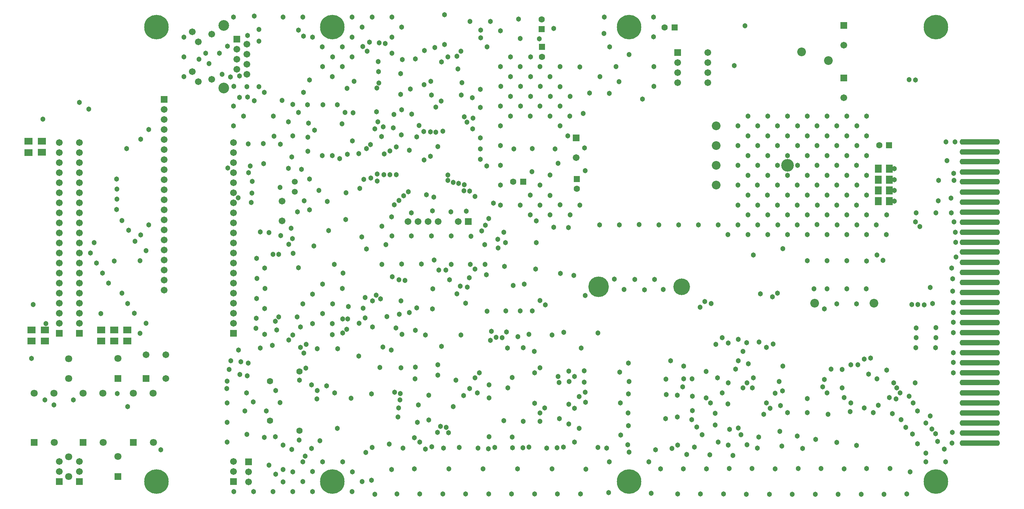
<source format=gbs>
%FSLAX43Y43*%
%MOMM*%
G71*
G01*
G75*
%ADD10C,0.300*%
%ADD11R,1.300X0.850*%
%ADD12R,3.000X1.500*%
%ADD13R,9.300X12.200*%
%ADD14C,0.250*%
%ADD15C,0.063*%
%ADD16R,1.800X1.600*%
%ADD17O,10.000X1.200*%
%ADD18R,1.600X1.800*%
%ADD19R,0.550X1.450*%
%ADD20R,0.550X1.450*%
%ADD21R,1.550X0.600*%
%ADD22R,2.200X0.600*%
%ADD23R,2.200X0.600*%
%ADD24R,4.000X3.000*%
%ADD25R,7.100X5.500*%
%ADD26R,1.600X1.000*%
%ADD27R,5.500X7.100*%
%ADD28R,1.000X1.600*%
%ADD29R,1.550X0.600*%
%ADD30R,1.700X0.600*%
%ADD31R,1.700X0.600*%
%ADD32R,0.600X2.200*%
%ADD33R,0.600X2.200*%
%ADD34R,3.000X4.000*%
%ADD35R,3.500X8.000*%
%ADD36R,0.850X1.300*%
%ADD37R,6.000X6.000*%
%ADD38R,2.700X2.500*%
%ADD39R,1.450X0.550*%
%ADD40R,1.450X0.550*%
%ADD41R,5.400X5.500*%
%ADD42C,0.500*%
%ADD43C,1.000*%
%ADD44C,0.400*%
%ADD45C,0.700*%
%ADD46C,0.600*%
%ADD47C,0.800*%
%ADD48R,1.500X1.500*%
%ADD49C,1.500*%
%ADD50C,6.000*%
%ADD51C,4.000*%
%ADD52R,1.600X1.600*%
%ADD53C,1.600*%
%ADD54R,1.400X1.400*%
%ADD55C,1.400*%
%ADD56C,2.000*%
%ADD57C,5.000*%
%ADD58C,2.500*%
%ADD59C,1.300*%
%ADD60C,1.100*%
%ADD61C,3.000*%
%ADD62R,17.250X16.100*%
%ADD63R,1.503X1.053*%
%ADD64R,3.203X1.703*%
%ADD65R,9.503X12.403*%
%ADD66R,2.003X1.803*%
%ADD67O,10.203X1.403*%
%ADD68R,1.803X2.003*%
%ADD69R,0.753X1.653*%
%ADD70R,0.753X1.653*%
%ADD71R,1.753X0.803*%
%ADD72R,2.403X0.803*%
%ADD73R,2.403X0.803*%
%ADD74R,4.203X3.203*%
%ADD75R,7.303X5.703*%
%ADD76R,1.803X1.203*%
%ADD77R,5.703X7.303*%
%ADD78R,1.203X1.803*%
%ADD79R,1.753X0.803*%
%ADD80R,1.903X0.803*%
%ADD81R,1.903X0.803*%
%ADD82R,0.803X2.403*%
%ADD83R,0.803X2.403*%
%ADD84R,3.203X4.203*%
%ADD85R,3.703X8.203*%
%ADD86R,1.053X1.503*%
%ADD87R,6.203X6.203*%
%ADD88R,2.903X2.703*%
%ADD89R,1.653X0.753*%
%ADD90R,1.653X0.753*%
%ADD91R,5.603X5.703*%
%ADD92R,1.703X1.703*%
%ADD93C,1.703*%
%ADD94C,6.203*%
%ADD95C,4.203*%
%ADD96R,1.803X1.803*%
%ADD97C,1.803*%
%ADD98R,1.603X1.603*%
%ADD99C,1.603*%
%ADD100C,2.203*%
%ADD101C,5.203*%
%ADD102C,2.703*%
%ADD103C,1.503*%
%ADD104C,1.303*%
%ADD105C,3.203*%
D66*
X-3443Y88312D02*
D03*
X-6057Y43388D02*
D03*
Y40588D02*
D03*
X-2657Y43388D02*
D03*
Y40588D02*
D03*
X11509Y43388D02*
D03*
Y40588D02*
D03*
X18125Y43388D02*
D03*
Y40588D02*
D03*
X14817Y43388D02*
D03*
Y40588D02*
D03*
X-6857Y91088D02*
D03*
X-6857Y88288D02*
D03*
X-3443Y91112D02*
D03*
D67*
X233589Y37650D02*
D03*
Y32575D02*
D03*
Y91000D02*
D03*
X233589Y88450D02*
D03*
Y85925D02*
D03*
Y83375D02*
D03*
Y80850D02*
D03*
Y73200D02*
D03*
X233589Y40175D02*
D03*
Y35100D02*
D03*
Y30050D02*
D03*
Y27475D02*
D03*
Y24925D02*
D03*
Y22400D02*
D03*
Y19850D02*
D03*
Y17300D02*
D03*
Y14800D02*
D03*
Y45275D02*
D03*
Y42725D02*
D03*
Y52875D02*
D03*
X233589Y47825D02*
D03*
X233589Y50325D02*
D03*
X233589Y55425D02*
D03*
X233589Y68125D02*
D03*
Y65600D02*
D03*
X233589Y63075D02*
D03*
Y60500D02*
D03*
Y57950D02*
D03*
Y70675D02*
D03*
X233589Y78300D02*
D03*
X233589Y75750D02*
D03*
D68*
X208000Y76000D02*
D03*
X210800D02*
D03*
X208000Y78700D02*
D03*
X210800D02*
D03*
X208000Y81400D02*
D03*
X210800D02*
D03*
X208000Y84200D02*
D03*
X210800D02*
D03*
D92*
X6039Y4991D02*
D03*
X104300Y70808D02*
D03*
X45000Y42500D02*
D03*
Y5000D02*
D03*
X6050Y42500D02*
D03*
X27450Y101700D02*
D03*
X48800Y10000D02*
D03*
X199285Y120401D02*
D03*
Y107101D02*
D03*
X989Y4991D02*
D03*
X131593Y92001D02*
D03*
X45850Y116945D02*
D03*
X22851Y31091D02*
D03*
X1000Y42500D02*
D03*
X157284Y113603D02*
D03*
D93*
X6039Y7531D02*
D03*
Y10071D02*
D03*
X101760Y70808D02*
D03*
X96680D02*
D03*
X94140D02*
D03*
X91600D02*
D03*
X89060D02*
D03*
X45000Y83140D02*
D03*
Y80600D02*
D03*
Y85680D02*
D03*
Y72980D02*
D03*
Y75520D02*
D03*
Y65360D02*
D03*
Y45040D02*
D03*
Y47580D02*
D03*
Y50120D02*
D03*
Y52660D02*
D03*
Y55200D02*
D03*
Y57740D02*
D03*
Y60280D02*
D03*
Y62820D02*
D03*
Y67900D02*
D03*
Y70440D02*
D03*
Y78060D02*
D03*
Y90760D02*
D03*
Y88220D02*
D03*
Y7540D02*
D03*
Y10080D02*
D03*
X6050Y90760D02*
D03*
Y88220D02*
D03*
Y85680D02*
D03*
Y83140D02*
D03*
Y80600D02*
D03*
Y78060D02*
D03*
Y75520D02*
D03*
Y72980D02*
D03*
Y70440D02*
D03*
Y67900D02*
D03*
Y65360D02*
D03*
Y62820D02*
D03*
Y60280D02*
D03*
Y57740D02*
D03*
Y55200D02*
D03*
Y52660D02*
D03*
Y50120D02*
D03*
Y47580D02*
D03*
Y45040D02*
D03*
X27450Y53440D02*
D03*
Y55980D02*
D03*
Y58520D02*
D03*
Y61060D02*
D03*
Y63600D02*
D03*
Y66140D02*
D03*
Y68680D02*
D03*
Y71220D02*
D03*
Y73760D02*
D03*
Y76300D02*
D03*
Y78840D02*
D03*
Y81380D02*
D03*
Y83920D02*
D03*
Y86460D02*
D03*
Y89000D02*
D03*
Y91540D02*
D03*
Y94080D02*
D03*
Y96620D02*
D03*
Y99160D02*
D03*
X48800Y4920D02*
D03*
Y7460D02*
D03*
X1000Y80600D02*
D03*
X199285Y115401D02*
D03*
Y102101D02*
D03*
X989Y10071D02*
D03*
Y7531D02*
D03*
X131593Y87001D02*
D03*
X48400Y115675D02*
D03*
X45850Y114405D02*
D03*
X48400Y113135D02*
D03*
X45850Y111865D02*
D03*
X48400Y110595D02*
D03*
X45850Y109325D02*
D03*
X48400Y108055D02*
D03*
X34600Y118810D02*
D03*
X36120Y116270D02*
D03*
X34600Y108700D02*
D03*
X36120Y106190D02*
D03*
X39500Y106800D02*
D03*
Y118200D02*
D03*
X57300Y70942D02*
D03*
X57300Y75942D02*
D03*
X27851Y31091D02*
D03*
X22851Y37091D02*
D03*
X27851D02*
D03*
X1000Y45040D02*
D03*
Y47580D02*
D03*
Y50120D02*
D03*
Y52660D02*
D03*
Y55200D02*
D03*
Y57740D02*
D03*
Y60280D02*
D03*
Y62820D02*
D03*
Y65360D02*
D03*
Y67900D02*
D03*
Y70440D02*
D03*
Y72980D02*
D03*
X1000Y75520D02*
D03*
X1000Y78060D02*
D03*
Y83140D02*
D03*
Y85680D02*
D03*
Y88220D02*
D03*
Y90760D02*
D03*
X164904Y113603D02*
D03*
X157284Y105983D02*
D03*
Y111063D02*
D03*
X164904Y111063D02*
D03*
Y105983D02*
D03*
X157284Y108523D02*
D03*
X164904Y108523D02*
D03*
D94*
X25550Y120000D02*
D03*
Y5000D02*
D03*
X222500Y120000D02*
D03*
Y5050D02*
D03*
X70000Y120000D02*
D03*
Y5000D02*
D03*
X145000Y120000D02*
D03*
Y5000D02*
D03*
D95*
X158305Y54291D02*
D03*
D96*
X15809Y31103D02*
D03*
Y6303D02*
D03*
X7003Y14891D02*
D03*
X19703Y14891D02*
D03*
X-5397D02*
D03*
D97*
X15809Y36183D02*
D03*
X3309Y31103D02*
D03*
Y36103D02*
D03*
X15809Y11383D02*
D03*
X3309Y6303D02*
D03*
Y11303D02*
D03*
X12083Y14891D02*
D03*
X7003Y27391D02*
D03*
X12003D02*
D03*
X24703D02*
D03*
X19703D02*
D03*
X24783Y14891D02*
D03*
X-397Y27391D02*
D03*
X-5397D02*
D03*
X-317Y14891D02*
D03*
D98*
X156489Y119908D02*
D03*
X131792Y81589D02*
D03*
X210689Y90108D02*
D03*
X122908Y119462D02*
D03*
X118188Y80909D02*
D03*
X122991Y114988D02*
D03*
D99*
X153989Y119908D02*
D03*
X131792Y79089D02*
D03*
X208189Y90108D02*
D03*
X54190Y30394D02*
D03*
Y20394D02*
D03*
X61690Y17894D02*
D03*
Y32894D02*
D03*
X122908Y121962D02*
D03*
X115688Y80909D02*
D03*
X122991Y112488D02*
D03*
D100*
X206897Y50112D02*
D03*
X167000Y85000D02*
D03*
Y80000D02*
D03*
Y95000D02*
D03*
X195350Y111500D02*
D03*
X188600Y113700D02*
D03*
X167000Y90000D02*
D03*
X191897Y50112D02*
D03*
D101*
X137305Y54291D02*
D03*
D102*
X42500Y104600D02*
D03*
Y120400D02*
D03*
D103*
X60505Y80849D02*
D03*
Y78349D02*
D03*
D104*
X59700Y13150D02*
D03*
X61100Y46650D02*
D03*
X52550Y90500D02*
D03*
X43300Y28550D02*
D03*
X48250Y27500D02*
D03*
X43400Y24950D02*
D03*
X47850Y22900D02*
D03*
X53300Y22850D02*
D03*
X48350Y17000D02*
D03*
X43400Y20000D02*
D03*
Y15000D02*
D03*
X96600Y31950D02*
D03*
X86900Y47350D02*
D03*
X83800Y46800D02*
D03*
X104100Y54250D02*
D03*
X89400Y88850D02*
D03*
X96600Y89750D02*
D03*
X98350Y115600D02*
D03*
X98300Y123150D02*
D03*
X109050Y48100D02*
D03*
X132850Y38800D02*
D03*
X158750Y31000D02*
D03*
X158799Y34250D02*
D03*
X153600Y53650D02*
D03*
X137500Y70000D02*
D03*
X142500D02*
D03*
X147500Y70050D02*
D03*
X152500Y70000D02*
D03*
X157550Y70000D02*
D03*
X162500D02*
D03*
X205050Y97500D02*
D03*
X205000Y92500D02*
D03*
Y87500D02*
D03*
Y82500D02*
D03*
X202550Y90000D02*
D03*
X202499Y85000D02*
D03*
X202550Y80000D02*
D03*
X200000Y82500D02*
D03*
X200050Y87500D02*
D03*
X197499Y80000D02*
D03*
Y85000D02*
D03*
X190050Y92500D02*
D03*
X187550Y90000D02*
D03*
X185000Y92500D02*
D03*
X187550Y95000D02*
D03*
X172499Y95000D02*
D03*
X172500Y90000D02*
D03*
X187550Y85000D02*
D03*
X167500Y70000D02*
D03*
X170000Y67500D02*
D03*
X172499Y85000D02*
D03*
X172500Y80000D02*
D03*
X172499Y70000D02*
D03*
X174999Y72500D02*
D03*
X175000Y67500D02*
D03*
X177499Y70000D02*
D03*
X179999Y67500D02*
D03*
X180000Y72500D02*
D03*
X182550Y70000D02*
D03*
X184999Y67500D02*
D03*
X185000Y72500D02*
D03*
X189999Y72500D02*
D03*
X187499Y70000D02*
D03*
X189999Y67550D02*
D03*
X192499Y70050D02*
D03*
X195050Y67500D02*
D03*
X205050Y77500D02*
D03*
X210000Y67500D02*
D03*
X207500Y70000D02*
D03*
X205000Y67500D02*
D03*
X202550Y70000D02*
D03*
X200050Y67500D02*
D03*
X197550Y70000D02*
D03*
X195050Y72500D02*
D03*
Y77500D02*
D03*
X200050D02*
D03*
Y72500D02*
D03*
X210050D02*
D03*
X205050D02*
D03*
X202500Y75000D02*
D03*
X197499Y75000D02*
D03*
X192550Y75000D02*
D03*
X187499Y75000D02*
D03*
X182500Y75000D02*
D03*
X177499Y74950D02*
D03*
X172499Y75000D02*
D03*
X179950Y77500D02*
D03*
X209200Y60950D02*
D03*
X205050Y60850D02*
D03*
X200000Y60900D02*
D03*
X195000D02*
D03*
X190050D02*
D03*
X204950Y53750D02*
D03*
X200000D02*
D03*
X195050D02*
D03*
X202500Y49950D02*
D03*
X197450D02*
D03*
X171900Y33500D02*
D03*
X193950Y29000D02*
D03*
X189999Y26000D02*
D03*
X190000Y22500D02*
D03*
X184999Y22500D02*
D03*
X224999Y10050D02*
D03*
X219999Y10000D02*
D03*
X226599Y14800D02*
D03*
X226699Y17450D02*
D03*
X222550Y43950D02*
D03*
X217500Y43900D02*
D03*
X222550Y41400D02*
D03*
X217500D02*
D03*
X222450Y38900D02*
D03*
X217450D02*
D03*
X221700Y50050D02*
D03*
X221100Y54150D02*
D03*
X226800Y53200D02*
D03*
X118100Y13600D02*
D03*
X129750Y33000D02*
D03*
X129800Y30350D02*
D03*
X118200Y38900D02*
D03*
X114000Y42850D02*
D03*
X120550Y48200D02*
D03*
X117500D02*
D03*
X113800Y48200D02*
D03*
X118500Y54950D02*
D03*
X127600Y57650D02*
D03*
X113750Y65500D02*
D03*
X113350Y68100D02*
D03*
X120450Y83400D02*
D03*
X125000Y82550D02*
D03*
X122500Y80000D02*
D03*
X125000Y77450D02*
D03*
X120000Y77500D02*
D03*
Y72500D02*
D03*
X125000Y72500D02*
D03*
X130050Y72500D02*
D03*
X132500Y75000D02*
D03*
X127500Y75050D02*
D03*
X122450Y75000D02*
D03*
X117500D02*
D03*
X133850Y83700D02*
D03*
X133700Y89450D02*
D03*
X129450Y92500D02*
D03*
X130000Y97500D02*
D03*
X130050Y102500D02*
D03*
X112500Y119050D02*
D03*
X107450Y119200D02*
D03*
X109900Y121400D02*
D03*
X127500Y110000D02*
D03*
Y104950D02*
D03*
X127550Y100000D02*
D03*
Y95000D02*
D03*
X125000Y97500D02*
D03*
X125050Y102500D02*
D03*
X125000Y107500D02*
D03*
X122500Y110000D02*
D03*
X122550Y105000D02*
D03*
X122500Y100000D02*
D03*
X120000Y97500D02*
D03*
X120050Y102500D02*
D03*
Y107500D02*
D03*
Y112500D02*
D03*
X117500Y110000D02*
D03*
X117550Y105000D02*
D03*
Y100000D02*
D03*
X115050Y97500D02*
D03*
Y102500D02*
D03*
X115000Y107500D02*
D03*
X115050Y112500D02*
D03*
X112500Y110000D02*
D03*
X112550Y105000D02*
D03*
X112500Y100000D02*
D03*
X112500Y95000D02*
D03*
Y90000D02*
D03*
Y85000D02*
D03*
Y75000D02*
D03*
X112500Y80000D02*
D03*
X103850Y73450D02*
D03*
X95250Y73500D02*
D03*
X99950Y73300D02*
D03*
X89950Y73000D02*
D03*
X82500Y69650D02*
D03*
X84950Y72000D02*
D03*
X85000Y67200D02*
D03*
X89950Y67200D02*
D03*
X95000Y67150D02*
D03*
X100000D02*
D03*
X105000Y67050D02*
D03*
X113450Y59500D02*
D03*
X108550Y60000D02*
D03*
X104850Y60000D02*
D03*
X100000D02*
D03*
X92500Y60050D02*
D03*
X87500D02*
D03*
X82500Y60000D02*
D03*
X91300Y48950D02*
D03*
X78300Y46400D02*
D03*
X74050Y49300D02*
D03*
X78300Y51550D02*
D03*
X70000Y44950D02*
D03*
X70050Y50000D02*
D03*
X67550Y47500D02*
D03*
X65000Y44950D02*
D03*
X62500Y50000D02*
D03*
X65000Y52450D02*
D03*
X67550Y55000D02*
D03*
X32500Y107500D02*
D03*
X32500Y117500D02*
D03*
Y112500D02*
D03*
X71200Y100350D02*
D03*
X67600Y100400D02*
D03*
X63700Y100350D02*
D03*
X60000Y100450D02*
D03*
X57300Y101450D02*
D03*
X52800Y103500D02*
D03*
X63800Y92150D02*
D03*
X63950Y95700D02*
D03*
X58900Y96000D02*
D03*
X55050Y97500D02*
D03*
X45050Y105000D02*
D03*
X47550Y97500D02*
D03*
X45000Y100000D02*
D03*
X45000Y95000D02*
D03*
X48700Y90450D02*
D03*
X51750Y68200D02*
D03*
X52800Y16200D02*
D03*
X54000Y9150D02*
D03*
X45050Y2500D02*
D03*
X50050D02*
D03*
X55000D02*
D03*
X57500Y4950D02*
D03*
X60000Y2500D02*
D03*
Y7500D02*
D03*
X62500Y10000D02*
D03*
D03*
Y5000D02*
D03*
X64950Y2500D02*
D03*
X65000Y7550D02*
D03*
X67500Y10000D02*
D03*
X72550Y10000D02*
D03*
X75050Y7500D02*
D03*
X77500Y5000D02*
D03*
X75000Y2500D02*
D03*
X66800Y15350D02*
D03*
X61600Y15550D02*
D03*
X43900Y33400D02*
D03*
X46600Y32150D02*
D03*
X55950Y43400D02*
D03*
X52850Y42300D02*
D03*
X51800Y38800D02*
D03*
X50650Y43800D02*
D03*
X50750Y46300D02*
D03*
X52900Y48800D02*
D03*
X50800Y51350D02*
D03*
X52950Y53900D02*
D03*
X50900Y56450D02*
D03*
X52900Y59000D02*
D03*
X50850Y61500D02*
D03*
X61450Y59100D02*
D03*
X59900Y66450D02*
D03*
X64200Y73750D02*
D03*
X52600Y85450D02*
D03*
X59700Y87150D02*
D03*
X62150Y84000D02*
D03*
X58850Y84300D02*
D03*
X49650Y78000D02*
D03*
X49700Y81000D02*
D03*
X48550Y102300D02*
D03*
X48400Y104950D02*
D03*
X48550Y117900D02*
D03*
X65000Y117500D02*
D03*
X67450Y115000D02*
D03*
X85050Y117500D02*
D03*
X87500Y120000D02*
D03*
X85000Y122500D02*
D03*
X75000Y122550D02*
D03*
X80000Y122500D02*
D03*
X77500Y120000D02*
D03*
X75000Y117500D02*
D03*
X72500Y115000D02*
D03*
X67500Y110000D02*
D03*
X70050Y112500D02*
D03*
X75000D02*
D03*
X72500Y110000D02*
D03*
X70000Y107500D02*
D03*
X73700Y104500D02*
D03*
X75050Y91200D02*
D03*
X69950Y87500D02*
D03*
X67450D02*
D03*
X63750Y88600D02*
D03*
X60000Y92500D02*
D03*
X64200Y106650D02*
D03*
X57500Y122500D02*
D03*
X62500D02*
D03*
X45000D02*
D03*
X42150Y108100D02*
D03*
X38800Y110750D02*
D03*
X38000Y113400D02*
D03*
X41400D02*
D03*
X43500Y115200D02*
D03*
X55250Y92400D02*
D03*
X55550Y16400D02*
D03*
X55700Y28050D02*
D03*
X66150D02*
D03*
Y38600D02*
D03*
X71350D02*
D03*
X83550Y65000D02*
D03*
X108500D02*
D03*
X75450Y106300D02*
D03*
X81700Y105900D02*
D03*
X93150Y105450D02*
D03*
X227450Y68100D02*
D03*
X59550Y69100D02*
D03*
X53950Y68000D02*
D03*
X54800Y39500D02*
D03*
X63400Y39700D02*
D03*
X63150Y11450D02*
D03*
X65450Y93950D02*
D03*
X62850Y76050D02*
D03*
X46500Y102250D02*
D03*
X77750Y48900D02*
D03*
X82200Y51250D02*
D03*
X108950Y57350D02*
D03*
X110650Y75450D02*
D03*
X85650Y75050D02*
D03*
X77900Y81450D02*
D03*
X64250Y81600D02*
D03*
X61150Y73250D02*
D03*
X80100Y50750D02*
D03*
Y44100D02*
D03*
X26650Y13050D02*
D03*
X46200Y76800D02*
D03*
X46300Y38300D02*
D03*
X62800Y37500D02*
D03*
X63250Y33700D02*
D03*
X81950Y33900D02*
D03*
X43350Y30450D02*
D03*
X92050Y15000D02*
D03*
X49450Y75600D02*
D03*
X48450Y31800D02*
D03*
X64750Y29500D02*
D03*
X55000Y62550D02*
D03*
X55550Y45550D02*
D03*
X56450Y46650D02*
D03*
Y62500D02*
D03*
X56750Y25007D02*
D03*
X56900Y67250D02*
D03*
X55650Y6900D02*
D03*
X60000Y42150D02*
D03*
X60021Y62779D02*
D03*
X58950Y40800D02*
D03*
Y65050D02*
D03*
X56850Y90400D02*
D03*
X93200Y86350D02*
D03*
X97900Y93650D02*
D03*
X95650Y76950D02*
D03*
X86850Y76150D02*
D03*
X79700Y81800D02*
D03*
X93800Y77550D02*
D03*
X88000Y77300D02*
D03*
X81300Y81050D02*
D03*
X107700Y68450D02*
D03*
X96900Y58500D02*
D03*
X85100Y56800D02*
D03*
X81050Y52150D02*
D03*
X98700Y58550D02*
D03*
X86850Y56050D02*
D03*
X87300Y50750D02*
D03*
X108700Y69900D02*
D03*
X107500Y117300D02*
D03*
X109500Y71600D02*
D03*
X71850Y86700D02*
D03*
X8400Y99250D02*
D03*
X6050Y100950D02*
D03*
X50200Y101350D02*
D03*
Y122800D02*
D03*
X36300Y111850D02*
D03*
X51400Y116450D02*
D03*
X46550Y107600D02*
D03*
X61450Y98450D02*
D03*
Y119250D02*
D03*
X82750Y39100D02*
D03*
X97600Y39250D02*
D03*
X61950Y44100D02*
D03*
Y39000D02*
D03*
X84900Y38300D02*
D03*
X81300Y82800D02*
D03*
X89200Y78350D02*
D03*
X106050Y77200D02*
D03*
X106050Y58750D02*
D03*
X88350Y55950D02*
D03*
X73900Y46200D02*
D03*
X73600Y43550D02*
D03*
X86050Y43900D02*
D03*
X72550Y46200D02*
D03*
Y42600D02*
D03*
X91000Y43300D02*
D03*
X89450Y47800D02*
D03*
X95300Y48750D02*
D03*
X56800Y79450D02*
D03*
X57550Y14250D02*
D03*
X57500Y8100D02*
D03*
X43550Y84350D02*
D03*
X44350Y35600D02*
D03*
X76750Y45050D02*
D03*
X76650Y36750D02*
D03*
X171550Y110250D02*
D03*
X50000Y25150D02*
D03*
X101450Y52500D02*
D03*
X102300Y54500D02*
D03*
X104600Y56600D02*
D03*
X99600Y56100D02*
D03*
X51450Y104950D02*
D03*
X51400Y119400D02*
D03*
X62650Y103500D02*
D03*
Y117700D02*
D03*
X44200Y107350D02*
D03*
X95400Y53800D02*
D03*
X95700Y61050D02*
D03*
X46850Y35300D02*
D03*
X49250Y84850D02*
D03*
X48800Y83150D02*
D03*
X48750Y35000D02*
D03*
X83050Y87900D02*
D03*
X83000Y82650D02*
D03*
X84550Y88700D02*
D03*
Y82650D02*
D03*
X86100Y89700D02*
D03*
Y82650D02*
D03*
X104650Y78500D02*
D03*
X103250Y78600D02*
D03*
X103300Y80150D02*
D03*
X101900Y80450D02*
D03*
X100500Y80700D02*
D03*
X99200Y81250D02*
D03*
X99150Y82600D02*
D03*
X61700Y30650D02*
D03*
X218450Y69500D02*
D03*
X217400Y70700D02*
D03*
X227150D02*
D03*
X227500Y65550D02*
D03*
X111750Y66350D02*
D03*
X111900Y64100D02*
D03*
X121400Y58800D02*
D03*
X131000Y57150D02*
D03*
X129650Y69250D02*
D03*
X226800Y56300D02*
D03*
X191750Y53800D02*
D03*
X219550Y49750D02*
D03*
X217950Y49800D02*
D03*
X216400D02*
D03*
X182500Y52700D02*
D03*
X178200Y52550D02*
D03*
X181200Y51800D02*
D03*
X194350Y48750D02*
D03*
X226950Y50300D02*
D03*
X164150Y50550D02*
D03*
X165750Y50050D02*
D03*
X226900Y47800D02*
D03*
X162950Y49150D02*
D03*
X226900Y45300D02*
D03*
Y42700D02*
D03*
Y37650D02*
D03*
X112900Y41400D02*
D03*
X119650Y42250D02*
D03*
X226900Y35150D02*
D03*
X166900Y39750D02*
D03*
X168550Y41450D02*
D03*
X125500Y8200D02*
D03*
Y42100D02*
D03*
X155500Y35600D02*
D03*
X172550D02*
D03*
Y41000D02*
D03*
X226900Y32500D02*
D03*
X206000Y36300D02*
D03*
X177850Y40350D02*
D03*
X204450Y36000D02*
D03*
X201050Y34550D02*
D03*
X198800Y33400D02*
D03*
X194350Y30850D02*
D03*
X183250Y24250D02*
D03*
X195000Y27450D02*
D03*
X217300Y30000D02*
D03*
X215750Y26600D02*
D03*
X216750Y24900D02*
D03*
X217900Y22850D02*
D03*
X220000Y19850D02*
D03*
X-3200Y96750D02*
D03*
X23600Y94100D02*
D03*
X23550Y70000D02*
D03*
X21550Y91600D02*
D03*
Y67400D02*
D03*
X18000Y89250D02*
D03*
X9750Y65450D02*
D03*
X15450Y81600D02*
D03*
X8800Y62850D02*
D03*
X15500Y79050D02*
D03*
X10350Y60300D02*
D03*
X15500Y76500D02*
D03*
X11850Y57750D02*
D03*
X15450Y73900D02*
D03*
X13450Y55200D02*
D03*
X16790Y52660D02*
D03*
X16800Y71050D02*
D03*
X-350Y24400D02*
D03*
X-2650Y25700D02*
D03*
X-6050Y36200D02*
D03*
X-2400Y44950D02*
D03*
X-5650Y49800D02*
D03*
X18500Y68650D02*
D03*
X18250Y50100D02*
D03*
X11500Y47550D02*
D03*
X20100Y65850D02*
D03*
X19900Y47600D02*
D03*
X22850Y63450D02*
D03*
Y45050D02*
D03*
X14850Y60850D02*
D03*
X21400Y60900D02*
D03*
Y42500D02*
D03*
X87450Y92750D02*
D03*
X154299Y30900D02*
D03*
X154350Y27000D02*
D03*
X175099Y34850D02*
D03*
X160899Y31050D02*
D03*
X160950Y26600D02*
D03*
X107400Y104250D02*
D03*
X75200Y98300D02*
D03*
X87527Y99077D02*
D03*
X87650Y111750D02*
D03*
X87250Y102950D02*
D03*
X89709Y104300D02*
D03*
X87200Y108250D02*
D03*
X72500Y53900D02*
D03*
X73400Y78100D02*
D03*
X18200Y24000D02*
D03*
X109050Y115000D02*
D03*
X81200Y104550D02*
D03*
X81500Y96000D02*
D03*
X81150Y98550D02*
D03*
X82800Y94750D02*
D03*
X91900Y95100D02*
D03*
X93250Y114100D02*
D03*
X94900Y106319D02*
D03*
X133950Y25100D02*
D03*
X100550Y24000D02*
D03*
X103700Y50150D02*
D03*
X104700Y28550D02*
D03*
X79900Y5350D02*
D03*
X81800Y116050D02*
D03*
X80700Y94300D02*
D03*
X107393Y99693D02*
D03*
X96150Y99750D02*
D03*
Y93450D02*
D03*
X64750Y13400D02*
D03*
X84950Y8050D02*
D03*
X87800Y13500D02*
D03*
X104000Y95950D02*
D03*
X103300Y97350D02*
D03*
X102550Y102850D02*
D03*
X101750Y109400D02*
D03*
X102500Y113900D02*
D03*
X101450Y112600D02*
D03*
X99200Y112500D02*
D03*
X79600Y90300D02*
D03*
X79400Y116150D02*
D03*
X78600Y89250D02*
D03*
X78800Y113900D02*
D03*
X170050Y40050D02*
D03*
X164450Y32900D02*
D03*
X165550Y24900D02*
D03*
X163400Y16850D02*
D03*
X226500Y59050D02*
D03*
X97300Y19000D02*
D03*
X98750Y18700D02*
D03*
X132400Y26500D02*
D03*
Y18500D02*
D03*
X96600Y34600D02*
D03*
X182900Y30300D02*
D03*
X95850Y114850D02*
D03*
X95000Y102850D02*
D03*
X121500Y71000D02*
D03*
X121562Y65462D02*
D03*
X125900Y69400D02*
D03*
X127050Y31650D02*
D03*
X105450Y94300D02*
D03*
X107100Y32550D02*
D03*
X107400Y91950D02*
D03*
Y86600D02*
D03*
Y89200D02*
D03*
X123850Y49700D02*
D03*
X123650Y23650D02*
D03*
X115450Y31350D02*
D03*
Y16250D02*
D03*
X99350Y17350D02*
D03*
X99400Y8200D02*
D03*
X109550Y26200D02*
D03*
Y16400D02*
D03*
X90700Y16150D02*
D03*
Y8200D02*
D03*
X91000Y34000D02*
D03*
X122500Y33850D02*
D03*
X122450Y22400D02*
D03*
X122500Y50800D02*
D03*
X176400Y62350D02*
D03*
Y31250D02*
D03*
X179000Y22000D02*
D03*
X206700Y22450D02*
D03*
X207600Y62350D02*
D03*
X207650Y31050D02*
D03*
X180600Y23600D02*
D03*
X181350Y39800D02*
D03*
X204450Y23650D02*
D03*
X179700Y39000D02*
D03*
Y24900D02*
D03*
X121100Y32550D02*
D03*
Y24850D02*
D03*
X121050Y38000D02*
D03*
X201050Y24950D02*
D03*
X70000Y42200D02*
D03*
X68500Y29200D02*
D03*
X85750Y27650D02*
D03*
X87300Y33800D02*
D03*
X87550Y42250D02*
D03*
X93500Y13200D02*
D03*
Y42100D02*
D03*
X102050Y13700D02*
D03*
X102450Y42150D02*
D03*
X225300Y86250D02*
D03*
X110200Y43000D02*
D03*
X227589Y61875D02*
D03*
X131150Y31600D02*
D03*
Y23550D02*
D03*
Y15000D02*
D03*
X127050Y85550D02*
D03*
X183850Y63950D02*
D03*
Y34250D02*
D03*
X127250Y30050D02*
D03*
X127350Y20900D02*
D03*
X154250D02*
D03*
X158550Y28950D02*
D03*
X77700Y115100D02*
D03*
X76650Y88000D02*
D03*
X111350Y41550D02*
D03*
X217400Y106600D02*
D03*
X215800Y106700D02*
D03*
X227350Y90950D02*
D03*
X225050D02*
D03*
X111050Y13700D02*
D03*
X108100Y8250D02*
D03*
X109950Y40750D02*
D03*
X167350Y31250D02*
D03*
X170050Y30000D02*
D03*
X116900Y41700D02*
D03*
X116800Y8200D02*
D03*
X119650Y13750D02*
D03*
X168550Y27500D02*
D03*
X164450Y26200D02*
D03*
X170050Y14250D02*
D03*
X174750Y14300D02*
D03*
X174800Y30000D02*
D03*
X176150Y28700D02*
D03*
X159550Y11850D02*
D03*
X160800Y20650D02*
D03*
X165400Y11800D02*
D03*
X166700Y19300D02*
D03*
X171200Y11650D02*
D03*
X172600Y18550D02*
D03*
X181900Y27400D02*
D03*
X199300Y26300D02*
D03*
X210100Y33250D02*
D03*
X205550Y32200D02*
D03*
X210800Y26300D02*
D03*
X211850Y30000D02*
D03*
X212600Y28700D02*
D03*
X213500Y27450D02*
D03*
X170300Y8300D02*
D03*
X176050D02*
D03*
X181900Y8250D02*
D03*
X187700Y8300D02*
D03*
X221100Y21650D02*
D03*
X213750Y20700D02*
D03*
X221500Y18300D02*
D03*
X214900Y18700D02*
D03*
X222450Y17150D02*
D03*
X216650Y17050D02*
D03*
X193500Y8300D02*
D03*
X199323Y8250D02*
D03*
X205000Y8350D02*
D03*
X210900Y8300D02*
D03*
X223000Y15150D02*
D03*
X217900Y14550D02*
D03*
X224650Y13200D02*
D03*
X220000Y12250D02*
D03*
X15650Y27300D02*
D03*
X4550Y25700D02*
D03*
X227000Y83000D02*
D03*
X227150Y81200D02*
D03*
X223250D02*
D03*
X223100Y76050D02*
D03*
X155800Y13400D02*
D03*
X137100Y13700D02*
D03*
Y42600D02*
D03*
X212050Y84200D02*
D03*
Y81400D02*
D03*
Y78700D02*
D03*
Y76000D02*
D03*
X164500Y8200D02*
D03*
X158700Y8250D02*
D03*
X152950D02*
D03*
X134100Y8150D02*
D03*
X128450Y42750D02*
D03*
X128400Y13750D02*
D03*
X72400Y95500D02*
D03*
X93100Y93550D02*
D03*
X73200Y98400D02*
D03*
X73750Y87800D02*
D03*
X94750Y87300D02*
D03*
X94800Y93500D02*
D03*
X174300Y120300D02*
D03*
X109000Y84900D02*
D03*
X198800Y28700D02*
D03*
X173800D02*
D03*
X173750Y37950D02*
D03*
X114300Y28700D02*
D03*
X114250Y38800D02*
D03*
X106000Y31300D02*
D03*
X103150Y26800D02*
D03*
X101250Y30700D02*
D03*
X86750Y23650D02*
D03*
X94350Y26900D02*
D03*
Y20600D02*
D03*
X91700Y24450D02*
D03*
X91500Y20000D02*
D03*
X95150Y13850D02*
D03*
X115850Y89200D02*
D03*
X115700Y54650D02*
D03*
X74700Y26100D02*
D03*
X86600Y21350D02*
D03*
X87050Y25650D02*
D03*
X72700Y57750D02*
D03*
X78600Y63850D02*
D03*
X77450Y66900D02*
D03*
X73350Y71300D02*
D03*
X69000Y68500D02*
D03*
X65279Y64650D02*
D03*
X70500Y59950D02*
D03*
X226350Y76700D02*
D03*
X226399Y73050D02*
D03*
X222499D02*
D03*
X217550Y73000D02*
D03*
X202550Y95000D02*
D03*
X199999Y97500D02*
D03*
X200000Y92500D02*
D03*
X192500Y80000D02*
D03*
X195000Y82500D02*
D03*
X192499Y85000D02*
D03*
X194999Y87500D02*
D03*
X197500Y90000D02*
D03*
X194999Y92500D02*
D03*
X197499Y95000D02*
D03*
X192500Y90000D02*
D03*
X189999Y87500D02*
D03*
X192499Y95000D02*
D03*
X189999Y97500D02*
D03*
X184999D02*
D03*
X195000Y97500D02*
D03*
X177500Y95000D02*
D03*
X177499Y90000D02*
D03*
Y85000D02*
D03*
X177450Y80000D02*
D03*
X174999Y77500D02*
D03*
X175000Y82500D02*
D03*
X174999Y87500D02*
D03*
Y92500D02*
D03*
Y97500D02*
D03*
X180000Y97500D02*
D03*
Y92500D02*
D03*
X182499Y95000D02*
D03*
Y90000D02*
D03*
X185000Y87500D02*
D03*
X190000Y82500D02*
D03*
X187500Y80000D02*
D03*
X184999Y82500D02*
D03*
X182499Y85000D02*
D03*
X180000Y87500D02*
D03*
X179999Y82500D02*
D03*
X182500Y80000D02*
D03*
X185000Y77500D02*
D03*
X189999Y77500D02*
D03*
X151400Y56200D02*
D03*
X148850Y53550D02*
D03*
X146400Y56200D02*
D03*
X143750Y53650D02*
D03*
X141250Y56250D02*
D03*
X133900Y52100D02*
D03*
X144800Y27200D02*
D03*
X144700Y22400D02*
D03*
X142750Y24900D02*
D03*
X144800Y35000D02*
D03*
X145000Y30350D02*
D03*
X142600Y32750D02*
D03*
X150600Y2100D02*
D03*
X157299Y1850D02*
D03*
X162999D02*
D03*
X168899D02*
D03*
X174650Y1800D02*
D03*
X180450D02*
D03*
X186250D02*
D03*
X192050D02*
D03*
X197850D02*
D03*
X203650D02*
D03*
X209450D02*
D03*
X215199Y1850D02*
D03*
X216050Y7500D02*
D03*
X212499Y25950D02*
D03*
X211499Y22250D02*
D03*
X207950Y24300D02*
D03*
X200850Y22700D02*
D03*
X202499Y14150D02*
D03*
X197499Y14950D02*
D03*
X192150Y15700D02*
D03*
X188799Y13400D02*
D03*
X187499Y16550D02*
D03*
X183600Y14000D02*
D03*
X183100Y17700D02*
D03*
X177750Y16300D02*
D03*
X177399Y13500D02*
D03*
X173299Y16850D02*
D03*
X170399Y18200D02*
D03*
X167499Y15000D02*
D03*
X161499Y13750D02*
D03*
X162100Y18800D02*
D03*
X195250Y22050D02*
D03*
X183750Y28000D02*
D03*
X202800Y34550D02*
D03*
X196050Y33500D02*
D03*
X169999Y24650D02*
D03*
X166700Y22300D02*
D03*
X160950Y23000D02*
D03*
X157199Y26900D02*
D03*
X157150Y21400D02*
D03*
X157299Y14250D02*
D03*
X150000Y10000D02*
D03*
X140000D02*
D03*
X139850Y2200D02*
D03*
X145000Y12500D02*
D03*
X139300Y13450D02*
D03*
X151650Y13100D02*
D03*
X144800Y19200D02*
D03*
X144650Y14300D02*
D03*
X142850Y16800D02*
D03*
X133600Y33050D02*
D03*
X133650Y30200D02*
D03*
X133900Y27650D02*
D03*
X129750Y24600D02*
D03*
Y19600D02*
D03*
X126800Y13550D02*
D03*
X124150Y13500D02*
D03*
X115500Y13600D02*
D03*
X109400Y13350D02*
D03*
X106800Y13450D02*
D03*
X98100Y13500D02*
D03*
X113350Y20400D02*
D03*
X118200Y20300D02*
D03*
X122500Y20300D02*
D03*
X106600Y27450D02*
D03*
X109550Y29500D02*
D03*
X90900Y31050D02*
D03*
X96550Y17500D02*
D03*
X84400Y14500D02*
D03*
X132700Y1850D02*
D03*
X126900Y1900D02*
D03*
X121100Y1850D02*
D03*
X115300D02*
D03*
X109500D02*
D03*
X103700D02*
D03*
X97900D02*
D03*
X92100D02*
D03*
X86300D02*
D03*
X80750Y1800D02*
D03*
X80000Y13650D02*
D03*
X71200Y18450D02*
D03*
X66100Y25950D02*
D03*
X70600Y27450D02*
D03*
X79900Y27200D02*
D03*
X87150Y27300D02*
D03*
X76900Y79200D02*
D03*
X66550Y78700D02*
D03*
X68700Y75850D02*
D03*
X91300Y92200D02*
D03*
X82450Y92300D02*
D03*
X85350Y94500D02*
D03*
X174700Y40200D02*
D03*
X81550Y111300D02*
D03*
X91000Y112000D02*
D03*
X90000Y98000D02*
D03*
X85550Y97900D02*
D03*
X97450Y101300D02*
D03*
X105550Y96950D02*
D03*
X105350Y102150D02*
D03*
X102750Y105950D02*
D03*
X97550Y111200D02*
D03*
X81650Y108700D02*
D03*
X85000Y113400D02*
D03*
X83350Y115850D02*
D03*
X133400Y98150D02*
D03*
X120500Y89250D02*
D03*
X126300Y89200D02*
D03*
X78447Y12353D02*
D03*
X132500Y109900D02*
D03*
X137600Y107500D02*
D03*
X141700Y110000D02*
D03*
X142450Y106200D02*
D03*
X140000Y103250D02*
D03*
X135000Y103300D02*
D03*
X151250Y110000D02*
D03*
Y105000D02*
D03*
X148400Y101800D02*
D03*
X151200Y122550D02*
D03*
Y117550D02*
D03*
X145000Y113100D02*
D03*
X140050Y115000D02*
D03*
X138700Y122500D02*
D03*
X138650Y118400D02*
D03*
X117500Y117100D02*
D03*
X122300Y117050D02*
D03*
X104750Y121450D02*
D03*
X117050Y122000D02*
D03*
X125900Y119650D02*
D03*
D105*
X185000Y85000D02*
D03*
M02*

</source>
